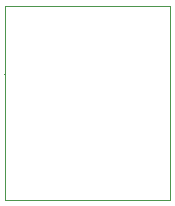
<source format=gbr>
%TF.GenerationSoftware,KiCad,Pcbnew,9.0.0*%
%TF.CreationDate,2025-03-31T12:15:58+01:00*%
%TF.ProjectId,vm_rgb_led_0.2,766d5f72-6762-45f6-9c65-645f302e322e,v0.2*%
%TF.SameCoordinates,PX518a060PY47868c0*%
%TF.FileFunction,Other,User*%
%FSLAX45Y45*%
G04 Gerber Fmt 4.5, Leading zero omitted, Abs format (unit mm)*
G04 Created by KiCad (PCBNEW 9.0.0) date 2025-03-31 12:15:58*
%MOMM*%
%LPD*%
G01*
G04 APERTURE LIST*
%ADD10C,0.100000*%
%ADD11C,0.160000*%
%ADD12C,0.130000*%
%ADD13C,0.140000*%
%ADD14C,0.170000*%
%ADD15C,0.120000*%
%ADD16C,0.110000*%
G04 APERTURE END LIST*
D10*
X-700000Y825000D02*
X700000Y825000D01*
X700000Y-825000D01*
X-700000Y-825000D01*
X-700000Y825000D01*
D11*
%TO.C,GS5*%
X150000Y825000D02*
X150000Y825000D01*
D12*
%TO.C,GS3*%
X-700000Y250000D02*
X-700000Y250000D01*
D13*
%TO.C,GS4*%
X-50000Y825000D02*
X-50000Y825000D01*
D14*
%TO.C,GS6*%
X-250000Y825000D02*
X-250000Y825000D01*
D15*
%TO.C,GS2*%
X-700000Y-250000D02*
X-700000Y-250000D01*
D16*
%TO.C,GS1*%
X-700000Y0D02*
X-700000Y0D01*
%TD*%
M02*

</source>
